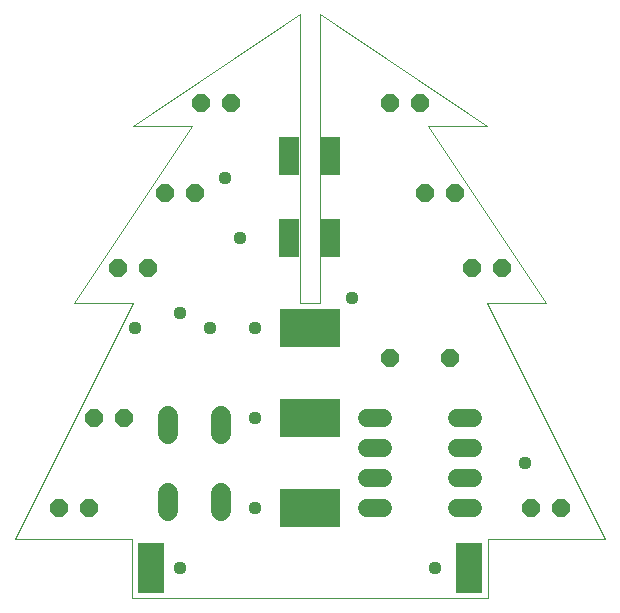
<source format=gts>
G75*
G70*
%OFA0B0*%
%FSLAX24Y24*%
%IPPOS*%
%LPD*%
%AMOC8*
5,1,8,0,0,1.08239X$1,22.5*
%
%ADD10C,0.0000*%
%ADD11OC8,0.0600*%
%ADD12C,0.0600*%
%ADD13C,0.0680*%
%ADD14R,0.0671X0.1261*%
%ADD15R,0.2049X0.1261*%
%ADD16R,0.0867X0.1655*%
%ADD17C,0.0437*%
D10*
X000665Y002634D02*
X004602Y010508D01*
X002634Y010508D01*
X006571Y016413D01*
X004602Y016413D01*
X010173Y020144D01*
X010173Y010508D01*
X010842Y010508D01*
X010842Y020144D01*
X016413Y016413D01*
X014445Y016413D01*
X018382Y010508D01*
X016413Y010508D01*
X020350Y002634D01*
X016445Y002634D01*
X016445Y000665D01*
X004571Y000665D01*
X004571Y002634D01*
X000665Y002634D01*
D11*
X002134Y003665D03*
X003134Y003665D03*
X003315Y006665D03*
X004315Y006665D03*
X004102Y011665D03*
X005102Y011665D03*
X005677Y014165D03*
X006677Y014165D03*
X006858Y017165D03*
X007858Y017165D03*
X013157Y017165D03*
X014157Y017165D03*
X014338Y014165D03*
X015338Y014165D03*
X015913Y011665D03*
X016913Y011665D03*
X015165Y008665D03*
X013165Y008665D03*
X017882Y003665D03*
X018882Y003665D03*
D12*
X015925Y003665D02*
X015405Y003665D01*
X015405Y004665D02*
X015925Y004665D01*
X015925Y005665D02*
X015405Y005665D01*
X015405Y006665D02*
X015925Y006665D01*
X012925Y006665D02*
X012405Y006665D01*
X012405Y005665D02*
X012925Y005665D01*
X012925Y004665D02*
X012405Y004665D01*
X012405Y003665D02*
X012925Y003665D01*
D13*
X007555Y003585D02*
X007555Y004185D01*
X005775Y004185D02*
X005775Y003585D01*
X005775Y006145D02*
X005775Y006745D01*
X007555Y006745D02*
X007555Y006145D01*
D14*
X009790Y012665D03*
X011165Y012665D03*
X011165Y015415D03*
X009790Y015415D03*
D15*
X010508Y009665D03*
X010508Y006665D03*
X010508Y003665D03*
D16*
X015807Y001665D03*
X005209Y001665D03*
D17*
X006165Y001665D03*
X008665Y003665D03*
X008665Y006665D03*
X008665Y009665D03*
X007165Y009665D03*
X006165Y010165D03*
X004665Y009665D03*
X008165Y012665D03*
X007665Y014665D03*
X011915Y010665D03*
X017665Y005165D03*
X014665Y001665D03*
M02*

</source>
